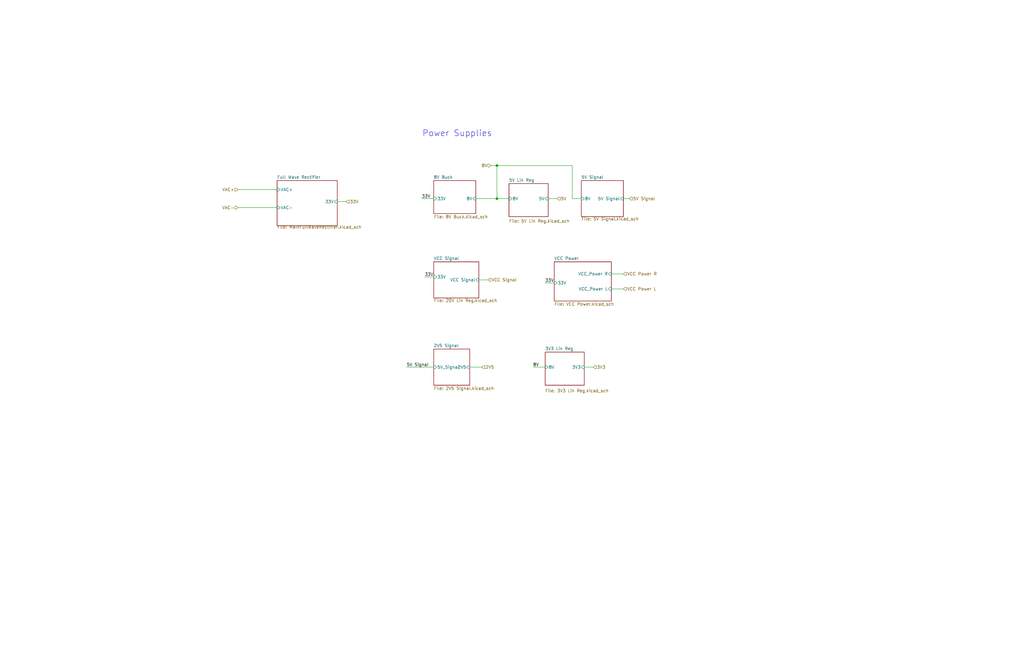
<source format=kicad_sch>
(kicad_sch
	(version 20231120)
	(generator "eeschema")
	(generator_version "8.0")
	(uuid "a16d6f63-1198-418f-ba98-110fd6bdb493")
	(paper "B")
	(lib_symbols)
	(junction
		(at 209.55 83.82)
		(diameter 0)
		(color 0 0 0 0)
		(uuid "e72b0416-ff24-4caf-a406-25d1b913f821")
	)
	(junction
		(at 209.55 69.85)
		(diameter 0)
		(color 0 0 0 0)
		(uuid "f613c267-76b0-4c72-9965-f3126291893a")
	)
	(wire
		(pts
			(xy 257.81 121.92) (xy 262.89 121.92)
		)
		(stroke
			(width 0)
			(type default)
		)
		(uuid "0599a873-33ea-43ce-a310-b48be60d0a26")
	)
	(wire
		(pts
			(xy 100.33 80.01) (xy 116.84 80.01)
		)
		(stroke
			(width 0)
			(type default)
		)
		(uuid "2841ebfb-5daa-4329-85bc-0d8045818a74")
	)
	(wire
		(pts
			(xy 241.3 69.85) (xy 209.55 69.85)
		)
		(stroke
			(width 0)
			(type default)
		)
		(uuid "37cfbb33-f5b5-4735-a00f-6ccc5c8c2c11")
	)
	(wire
		(pts
			(xy 177.8 83.82) (xy 182.88 83.82)
		)
		(stroke
			(width 0)
			(type default)
		)
		(uuid "3a017eb4-05d4-4335-9698-84dfa4753465")
	)
	(wire
		(pts
			(xy 171.45 154.94) (xy 182.88 154.94)
		)
		(stroke
			(width 0)
			(type default)
		)
		(uuid "441c79bb-3696-43bc-afb7-5f18d4e1f60e")
	)
	(wire
		(pts
			(xy 209.55 69.85) (xy 209.55 83.82)
		)
		(stroke
			(width 0)
			(type default)
		)
		(uuid "4ebc4502-f1c4-4ec8-a6a1-0330a9422714")
	)
	(wire
		(pts
			(xy 245.11 83.82) (xy 241.3 83.82)
		)
		(stroke
			(width 0)
			(type default)
		)
		(uuid "526fd3c7-9f84-469a-840d-493f2ccd2875")
	)
	(wire
		(pts
			(xy 142.24 85.09) (xy 146.05 85.09)
		)
		(stroke
			(width 0)
			(type default)
		)
		(uuid "5fbab25e-9302-416e-a6d0-bb50e9fd79fe")
	)
	(wire
		(pts
			(xy 207.01 69.85) (xy 209.55 69.85)
		)
		(stroke
			(width 0)
			(type default)
		)
		(uuid "633dcfd2-6ce1-4cba-b15d-a614392ba024")
	)
	(wire
		(pts
			(xy 209.55 83.82) (xy 214.63 83.82)
		)
		(stroke
			(width 0)
			(type default)
		)
		(uuid "641b6e3d-d8a8-4a98-b0d2-060bdeef7123")
	)
	(wire
		(pts
			(xy 229.87 119.38) (xy 233.68 119.38)
		)
		(stroke
			(width 0)
			(type default)
		)
		(uuid "655a888f-8091-4f3e-9f51-f2546a44c1b7")
	)
	(wire
		(pts
			(xy 100.33 87.63) (xy 116.84 87.63)
		)
		(stroke
			(width 0)
			(type default)
		)
		(uuid "6ec1465a-7a8f-4e9f-8136-854940d45a8e")
	)
	(wire
		(pts
			(xy 198.12 154.94) (xy 203.2 154.94)
		)
		(stroke
			(width 0)
			(type default)
		)
		(uuid "702ebfa4-0dba-4d4d-b40d-f78732ffe284")
	)
	(wire
		(pts
			(xy 200.66 83.82) (xy 209.55 83.82)
		)
		(stroke
			(width 0)
			(type default)
		)
		(uuid "71c60044-7528-49ae-b645-a96054a2c1e9")
	)
	(wire
		(pts
			(xy 201.93 118.11) (xy 205.74 118.11)
		)
		(stroke
			(width 0)
			(type default)
		)
		(uuid "906e9670-02f9-48c8-811f-b72918af2170")
	)
	(wire
		(pts
			(xy 257.81 115.57) (xy 262.89 115.57)
		)
		(stroke
			(width 0)
			(type default)
		)
		(uuid "a32a671f-7400-48f2-9990-c98ed9900bc6")
	)
	(wire
		(pts
			(xy 241.3 83.82) (xy 241.3 69.85)
		)
		(stroke
			(width 0)
			(type default)
		)
		(uuid "a5d55210-1118-417f-bcd1-b45fefaf44fe")
	)
	(wire
		(pts
			(xy 246.38 154.94) (xy 250.19 154.94)
		)
		(stroke
			(width 0)
			(type default)
		)
		(uuid "a872a3b1-7585-4d24-ad19-b8d6662bacf0")
	)
	(wire
		(pts
			(xy 262.89 83.82) (xy 265.43 83.82)
		)
		(stroke
			(width 0)
			(type default)
		)
		(uuid "a9ffc198-350b-458e-bcfd-be7a86109acd")
	)
	(wire
		(pts
			(xy 179.07 116.84) (xy 182.88 116.84)
		)
		(stroke
			(width 0)
			(type default)
		)
		(uuid "aa7ff603-797c-40cf-8d81-d69ca4beb478")
	)
	(wire
		(pts
			(xy 231.14 83.82) (xy 234.95 83.82)
		)
		(stroke
			(width 0)
			(type default)
		)
		(uuid "ab39bb87-afe9-4e1d-946f-ec1dbc7526e4")
	)
	(wire
		(pts
			(xy 224.79 154.94) (xy 229.87 154.94)
		)
		(stroke
			(width 0)
			(type default)
		)
		(uuid "ea5e87ac-fd26-4002-8f84-2c9742016652")
	)
	(text "Power Supplies"
		(exclude_from_sim no)
		(at 192.786 56.388 0)
		(effects
			(font
				(size 2.54 2.54)
			)
		)
		(uuid "85e42804-ee22-4e15-bc61-de9dc86e79f8")
	)
	(label "33V"
		(at 229.87 119.38 0)
		(effects
			(font
				(size 1.27 1.27)
			)
			(justify left bottom)
		)
		(uuid "10ab8deb-e52d-4cf6-98f0-5782709e145a")
	)
	(label "33V"
		(at 179.07 116.84 0)
		(effects
			(font
				(size 1.27 1.27)
			)
			(justify left bottom)
		)
		(uuid "478572ae-1247-4af6-8fcc-2bd0f951990a")
	)
	(label "5V Signal"
		(at 171.45 154.94 0)
		(effects
			(font
				(size 1.27 1.27)
			)
			(justify left bottom)
		)
		(uuid "4aa5f8a4-251f-4fe1-bd14-4a5a7472b84a")
	)
	(label "33V"
		(at 177.8 83.82 0)
		(effects
			(font
				(size 1.27 1.27)
			)
			(justify left bottom)
		)
		(uuid "7ca4cdb9-c878-43f7-8f39-488f14ad14d5")
	)
	(label "8V"
		(at 224.79 154.94 0)
		(effects
			(font
				(size 1.27 1.27)
			)
			(justify left bottom)
		)
		(uuid "8db1271d-41fa-4846-abea-dd1b0ae997d1")
	)
	(hierarchical_label "33V"
		(shape input)
		(at 146.05 85.09 0)
		(effects
			(font
				(size 1.27 1.27)
			)
			(justify left)
		)
		(uuid "3252267f-580f-4404-9244-1b23e661901d")
	)
	(hierarchical_label "VCC Power R"
		(shape input)
		(at 262.89 115.57 0)
		(effects
			(font
				(size 1.27 1.27)
			)
			(justify left)
		)
		(uuid "3b7bc519-d050-45be-9c87-8a1ffe3e72ba")
	)
	(hierarchical_label "8V"
		(shape input)
		(at 207.01 69.85 180)
		(effects
			(font
				(size 1.27 1.27)
			)
			(justify right)
		)
		(uuid "443a550d-ea80-4174-bb99-eed664cff73d")
	)
	(hierarchical_label "5V Signal"
		(shape input)
		(at 265.43 83.82 0)
		(effects
			(font
				(size 1.27 1.27)
			)
			(justify left)
		)
		(uuid "53ccff23-fe0b-43ad-8f2b-84afae61bae6")
	)
	(hierarchical_label "2V5"
		(shape input)
		(at 203.2 154.94 0)
		(effects
			(font
				(size 1.27 1.27)
			)
			(justify left)
		)
		(uuid "5f1401ee-db0b-40c0-ba7c-b150d0b6ad1c")
	)
	(hierarchical_label "VCC Signal"
		(shape input)
		(at 205.74 118.11 0)
		(effects
			(font
				(size 1.27 1.27)
			)
			(justify left)
		)
		(uuid "6113e9c5-cfeb-4413-b57d-ef3c0dc9efa3")
	)
	(hierarchical_label "3V3"
		(shape input)
		(at 250.19 154.94 0)
		(effects
			(font
				(size 1.27 1.27)
			)
			(justify left)
		)
		(uuid "90c850c5-7aec-492c-81b1-b5f0ff7f46df")
	)
	(hierarchical_label "VAC-"
		(shape input)
		(at 100.33 87.63 180)
		(effects
			(font
				(size 1.27 1.27)
			)
			(justify right)
		)
		(uuid "ceaed421-f214-499b-b39b-bfcb725f73b3")
	)
	(hierarchical_label "5V"
		(shape input)
		(at 234.95 83.82 0)
		(effects
			(font
				(size 1.27 1.27)
			)
			(justify left)
		)
		(uuid "cfdef707-243a-4eda-ac34-70ee15967a60")
	)
	(hierarchical_label "VAC+"
		(shape input)
		(at 100.33 80.01 180)
		(effects
			(font
				(size 1.27 1.27)
			)
			(justify right)
		)
		(uuid "e348cf7c-ac24-4d2b-80e2-7b381a189ab6")
	)
	(hierarchical_label "VCC Power L"
		(shape input)
		(at 262.89 121.92 0)
		(effects
			(font
				(size 1.27 1.27)
			)
			(justify left)
		)
		(uuid "f2439bc0-246d-4d75-b05e-43ba64cb6cd7")
	)
	(sheet
		(at 229.87 148.59)
		(size 16.51 13.97)
		(fields_autoplaced yes)
		(stroke
			(width 0.1524)
			(type solid)
		)
		(fill
			(color 0 0 0 0.0000)
		)
		(uuid "0dfa3c91-b5c0-45e3-b370-a6f4e4ccc6d5")
		(property "Sheetname" "3V3 Lin Reg"
			(at 229.87 147.8784 0)
			(effects
				(font
					(size 1.27 1.27)
				)
				(justify left bottom)
			)
		)
		(property "Sheetfile" "3V3 Lin Reg.kicad_sch"
			(at 229.87 164.1606 0)
			(effects
				(font
					(size 1.27 1.27)
				)
				(justify left top)
			)
		)
		(pin "8V" input
			(at 229.87 154.94 180)
			(effects
				(font
					(size 1.27 1.27)
				)
				(justify left)
			)
			(uuid "36277e1a-f239-4ad0-acf6-4f5800b883d7")
		)
		(pin "3V3" input
			(at 246.38 154.94 0)
			(effects
				(font
					(size 1.27 1.27)
				)
				(justify right)
			)
			(uuid "f4047cc8-7ee1-43b6-9a29-ca01d9b4a79a")
		)
		(instances
			(project "amp board"
				(path "/155d307c-d052-49ed-8a33-15ea02ffe5f3/3de3b732-bba6-4bbd-a76a-3d24b20607d7/76d48577-2c0f-4c2f-b4cc-60d33b4dbd64"
					(page "10")
				)
			)
		)
	)
	(sheet
		(at 182.88 76.2)
		(size 17.78 13.97)
		(fields_autoplaced yes)
		(stroke
			(width 0.1524)
			(type solid)
		)
		(fill
			(color 0 0 0 0.0000)
		)
		(uuid "2f2e7ea7-acc3-4fc8-a0f8-96ff355b4189")
		(property "Sheetname" "8V Buck"
			(at 182.88 75.4884 0)
			(effects
				(font
					(size 1.27 1.27)
				)
				(justify left bottom)
			)
		)
		(property "Sheetfile" "8V Buck.kicad_sch"
			(at 182.88 90.7546 0)
			(effects
				(font
					(size 1.27 1.27)
				)
				(justify left top)
			)
		)
		(pin "8V" input
			(at 200.66 83.82 0)
			(effects
				(font
					(size 1.27 1.27)
				)
				(justify right)
			)
			(uuid "fd3c56c6-6f3c-4fda-a2ed-ae50c3313475")
		)
		(pin "33V" input
			(at 182.88 83.82 180)
			(effects
				(font
					(size 1.27 1.27)
				)
				(justify left)
			)
			(uuid "7b349253-0340-4490-b46f-3070c47cdd7d")
		)
		(instances
			(project "amp board"
				(path "/155d307c-d052-49ed-8a33-15ea02ffe5f3/3de3b732-bba6-4bbd-a76a-3d24b20607d7/76d48577-2c0f-4c2f-b4cc-60d33b4dbd64"
					(page "5")
				)
			)
		)
	)
	(sheet
		(at 182.88 147.32)
		(size 15.24 15.24)
		(fields_autoplaced yes)
		(stroke
			(width 0.1524)
			(type solid)
		)
		(fill
			(color 0 0 0 0.0000)
		)
		(uuid "31ccac2e-ccba-4fae-981c-9a20535743f4")
		(property "Sheetname" "2V5 Signal"
			(at 182.88 146.6084 0)
			(effects
				(font
					(size 1.27 1.27)
				)
				(justify left bottom)
			)
		)
		(property "Sheetfile" "2V5 Signal.kicad_sch"
			(at 182.88 163.1446 0)
			(effects
				(font
					(size 1.27 1.27)
				)
				(justify left top)
			)
		)
		(pin "2V5" input
			(at 198.12 154.94 0)
			(effects
				(font
					(size 1.27 1.27)
				)
				(justify right)
			)
			(uuid "089b3d75-7a2a-4f08-bf3b-fa4ab90799a3")
		)
		(pin "5V_Signal" input
			(at 182.88 154.94 180)
			(effects
				(font
					(size 1.27 1.27)
				)
				(justify left)
			)
			(uuid "1465cfd7-6802-4afa-a9f9-b9257d7646c1")
		)
		(instances
			(project "amp board"
				(path "/155d307c-d052-49ed-8a33-15ea02ffe5f3/3de3b732-bba6-4bbd-a76a-3d24b20607d7/76d48577-2c0f-4c2f-b4cc-60d33b4dbd64"
					(page "11")
				)
			)
		)
	)
	(sheet
		(at 214.63 77.47)
		(size 16.51 13.97)
		(fields_autoplaced yes)
		(stroke
			(width 0.1524)
			(type solid)
		)
		(fill
			(color 0 0 0 0.0000)
		)
		(uuid "61ed1b1d-33ae-44ed-9d51-732bbca691eb")
		(property "Sheetname" "5V Lin Reg"
			(at 214.63 76.7584 0)
			(effects
				(font
					(size 1.27 1.27)
				)
				(justify left bottom)
			)
		)
		(property "Sheetfile" "5V Lin Reg.kicad_sch"
			(at 214.63 92.5326 0)
			(effects
				(font
					(size 1.27 1.27)
				)
				(justify left top)
			)
		)
		(property "Field2" ""
			(at 214.63 77.47 0)
			(effects
				(font
					(size 1.27 1.27)
				)
				(hide yes)
			)
		)
		(pin "8V" input
			(at 214.63 83.82 180)
			(effects
				(font
					(size 1.27 1.27)
				)
				(justify left)
			)
			(uuid "54ce8115-538f-4c3f-8d1d-7778556ea088")
		)
		(pin "5V" input
			(at 231.14 83.82 0)
			(effects
				(font
					(size 1.27 1.27)
				)
				(justify right)
			)
			(uuid "f8b5ca6d-c2aa-43bd-9ed9-2f42e9dff1d0")
		)
		(instances
			(project "amp board"
				(path "/155d307c-d052-49ed-8a33-15ea02ffe5f3/3de3b732-bba6-4bbd-a76a-3d24b20607d7/76d48577-2c0f-4c2f-b4cc-60d33b4dbd64"
					(page "8")
				)
			)
		)
	)
	(sheet
		(at 233.68 110.49)
		(size 24.13 16.51)
		(fields_autoplaced yes)
		(stroke
			(width 0.1524)
			(type solid)
		)
		(fill
			(color 0 0 0 0.0000)
		)
		(uuid "647b750b-9e4f-40c8-b3e7-c7a387e5cca8")
		(property "Sheetname" "VCC Power"
			(at 233.68 109.7784 0)
			(effects
				(font
					(size 1.27 1.27)
				)
				(justify left bottom)
			)
		)
		(property "Sheetfile" "VCC Power.kicad_sch"
			(at 233.68 127.5846 0)
			(effects
				(font
					(size 1.27 1.27)
				)
				(justify left top)
			)
		)
		(pin "VCC_Power R" input
			(at 257.81 115.57 0)
			(effects
				(font
					(size 1.27 1.27)
				)
				(justify right)
			)
			(uuid "9a40dc49-0b2a-4839-b194-8ca35c738c0c")
		)
		(pin "33V" input
			(at 233.68 119.38 180)
			(effects
				(font
					(size 1.27 1.27)
				)
				(justify left)
			)
			(uuid "ed7c9e81-2dd6-4485-802e-bdbb3bad1de8")
		)
		(pin "VCC_Power L" input
			(at 257.81 121.92 0)
			(effects
				(font
					(size 1.27 1.27)
				)
				(justify right)
			)
			(uuid "fb129023-52dd-4859-ad01-a3736bbf29df")
		)
		(instances
			(project "amp board"
				(path "/155d307c-d052-49ed-8a33-15ea02ffe5f3/3de3b732-bba6-4bbd-a76a-3d24b20607d7/76d48577-2c0f-4c2f-b4cc-60d33b4dbd64"
					(page "4")
				)
			)
		)
	)
	(sheet
		(at 182.88 110.49)
		(size 19.05 15.24)
		(fields_autoplaced yes)
		(stroke
			(width 0.1524)
			(type solid)
		)
		(fill
			(color 0 0 0 0.0000)
		)
		(uuid "9ea88e92-d960-43ac-b77c-ad812fe077a2")
		(property "Sheetname" "VCC Signal"
			(at 182.88 109.7784 0)
			(effects
				(font
					(size 1.27 1.27)
				)
				(justify left bottom)
			)
		)
		(property "Sheetfile" "20V Lin Reg.kicad_sch"
			(at 182.88 126.0606 0)
			(effects
				(font
					(size 1.27 1.27)
				)
				(justify left top)
			)
		)
		(pin "33V" input
			(at 182.88 116.84 180)
			(effects
				(font
					(size 1.27 1.27)
				)
				(justify left)
			)
			(uuid "06b87cf2-9831-4369-aa42-dc994ed92285")
		)
		(pin "VCC Signal" input
			(at 201.93 118.11 0)
			(effects
				(font
					(size 1.27 1.27)
				)
				(justify right)
			)
			(uuid "6b15abea-86a2-401f-87e7-852019694a46")
		)
		(instances
			(project "amp board"
				(path "/155d307c-d052-49ed-8a33-15ea02ffe5f3/3de3b732-bba6-4bbd-a76a-3d24b20607d7/76d48577-2c0f-4c2f-b4cc-60d33b4dbd64"
					(page "9")
				)
			)
		)
	)
	(sheet
		(at 245.11 76.2)
		(size 17.78 15.24)
		(fields_autoplaced yes)
		(stroke
			(width 0.1524)
			(type solid)
		)
		(fill
			(color 0 0 0 0.0000)
		)
		(uuid "e6294a9c-93b2-4f26-8d2a-952c93301e8a")
		(property "Sheetname" "5V Signal"
			(at 245.11 75.4884 0)
			(effects
				(font
					(size 1.27 1.27)
				)
				(justify left bottom)
			)
		)
		(property "Sheetfile" "5V Signal.kicad_sch"
			(at 245.11 91.6436 0)
			(effects
				(font
					(size 1.27 1.27)
				)
				(justify left top)
			)
		)
		(pin "8V" input
			(at 245.11 83.82 180)
			(effects
				(font
					(size 1.27 1.27)
				)
				(justify left)
			)
			(uuid "8b06c2fc-719a-45b2-a70a-2207160d0b77")
		)
		(pin "5V Signal" input
			(at 262.89 83.82 0)
			(effects
				(font
					(size 1.27 1.27)
				)
				(justify right)
			)
			(uuid "d8be4b8d-b6d7-46b3-b6ae-20ef67851411")
		)
		(instances
			(project "amp board"
				(path "/155d307c-d052-49ed-8a33-15ea02ffe5f3/3de3b732-bba6-4bbd-a76a-3d24b20607d7/76d48577-2c0f-4c2f-b4cc-60d33b4dbd64"
					(page "7")
				)
			)
		)
	)
	(sheet
		(at 116.84 76.2)
		(size 25.4 19.05)
		(fields_autoplaced yes)
		(stroke
			(width 0.1524)
			(type solid)
		)
		(fill
			(color 0 0 0 0.0000)
		)
		(uuid "ec3fbb69-27ca-43d8-9a28-6a49364e4b73")
		(property "Sheetname" "Full Wave Rectifier"
			(at 116.84 75.4884 0)
			(effects
				(font
					(size 1.27 1.27)
				)
				(justify left bottom)
			)
		)
		(property "Sheetfile" "MainFullWaveRectifier.kicad_sch"
			(at 116.84 95.0726 0)
			(effects
				(font
					(size 1.27 1.27)
				)
				(justify left top)
			)
		)
		(pin "33V" input
			(at 142.24 85.09 0)
			(effects
				(font
					(size 1.27 1.27)
				)
				(justify right)
			)
			(uuid "4ddb02cf-86b6-4a56-852b-698f1683d2e0")
		)
		(pin "VAC+" input
			(at 116.84 80.01 180)
			(effects
				(font
					(size 1.27 1.27)
				)
				(justify left)
			)
			(uuid "d2d0c7f0-0b6d-4570-9571-116ab375ddf9")
		)
		(pin "VAC-" input
			(at 116.84 87.63 180)
			(effects
				(font
					(size 1.27 1.27)
				)
				(justify left)
			)
			(uuid "a1c93cb4-b051-4e66-8b97-65a08ec49366")
		)
		(instances
			(project "amp board"
				(path "/155d307c-d052-49ed-8a33-15ea02ffe5f3/3de3b732-bba6-4bbd-a76a-3d24b20607d7/76d48577-2c0f-4c2f-b4cc-60d33b4dbd64"
					(page "6")
				)
			)
		)
	)
)

</source>
